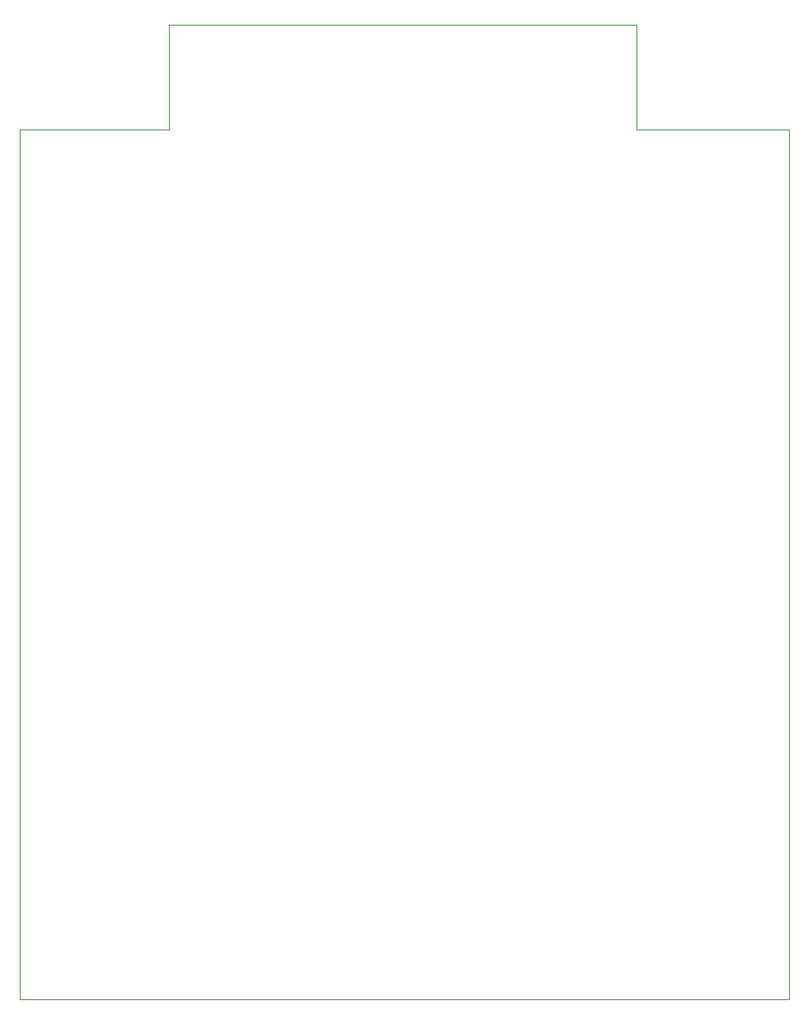
<source format=gm1>
G04 #@! TF.GenerationSoftware,KiCad,Pcbnew,(5.1.9)-1*
G04 #@! TF.CreationDate,2025-03-23T14:17:03+09:00*
G04 #@! TF.ProjectId,PYUUTA16k,50595555-5441-4313-966b-2e6b69636164,rev?*
G04 #@! TF.SameCoordinates,PX53920b0PY93c3260*
G04 #@! TF.FileFunction,Profile,NP*
%FSLAX46Y46*%
G04 Gerber Fmt 4.6, Leading zero omitted, Abs format (unit mm)*
G04 Created by KiCad (PCBNEW (5.1.9)-1) date 2025-03-23 14:17:03*
%MOMM*%
%LPD*%
G01*
G04 APERTURE LIST*
G04 #@! TA.AperFunction,Profile*
%ADD10C,0.050000*%
G04 #@! TD*
G04 APERTURE END LIST*
D10*
X63373000Y89281000D02*
X78994000Y89281000D01*
X63373000Y100000000D02*
X63373000Y89281000D01*
X15367000Y89281000D02*
X0Y89281000D01*
X15367000Y100000000D02*
X15367000Y89281000D01*
X0Y89281000D02*
X0Y0D01*
X79000000Y0D02*
X78994000Y89281000D01*
X0Y0D02*
X79000000Y0D01*
X63373000Y100000000D02*
X15367000Y100000000D01*
M02*

</source>
